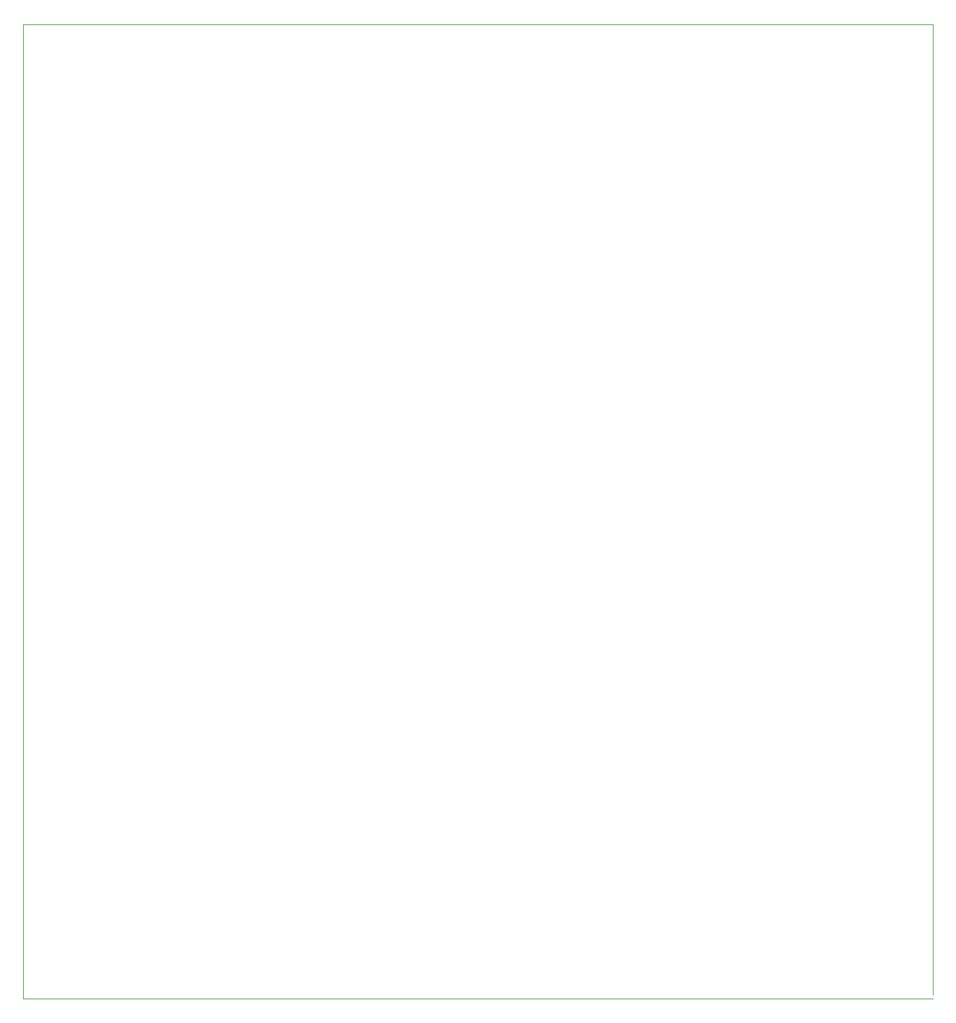
<source format=gbr>
G04 #@! TF.GenerationSoftware,KiCad,Pcbnew,(6.0.6)*
G04 #@! TF.CreationDate,2022-11-24T12:55:08+00:00*
G04 #@! TF.ProjectId,Drumbox,4472756d-626f-4782-9e6b-696361645f70,rev?*
G04 #@! TF.SameCoordinates,Original*
G04 #@! TF.FileFunction,Profile,NP*
%FSLAX46Y46*%
G04 Gerber Fmt 4.6, Leading zero omitted, Abs format (unit mm)*
G04 Created by KiCad (PCBNEW (6.0.6)) date 2022-11-24 12:55:08*
%MOMM*%
%LPD*%
G01*
G04 APERTURE LIST*
G04 #@! TA.AperFunction,Profile*
%ADD10C,0.050000*%
G04 #@! TD*
G04 APERTURE END LIST*
D10*
X36000000Y-36000000D02*
X36000000Y-164500000D01*
X36000000Y-36000000D02*
X156000000Y-36000000D01*
X156000000Y-36000000D02*
X156000000Y-164000000D01*
X156000000Y-164500000D02*
X36000000Y-164500000D01*
M02*

</source>
